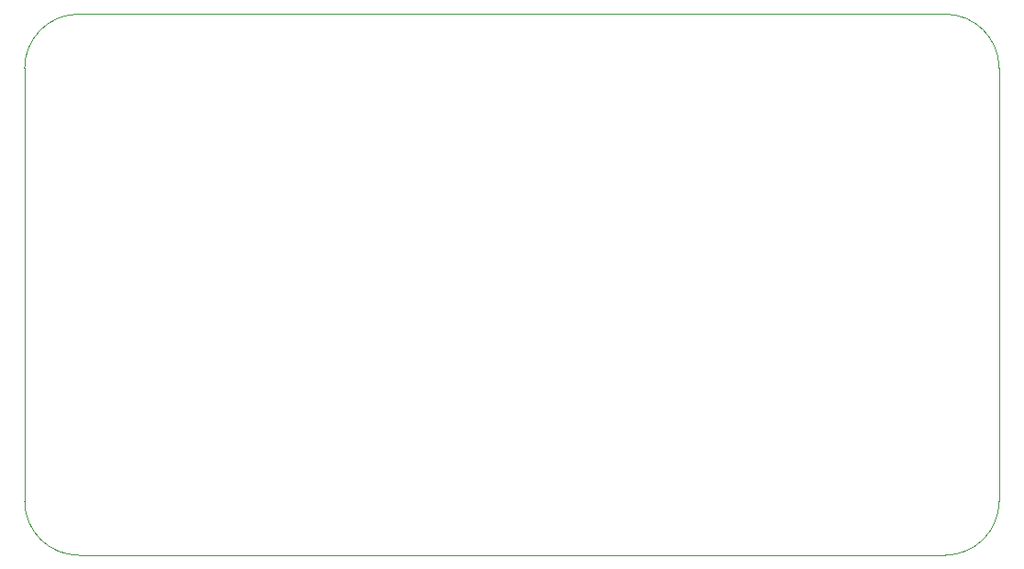
<source format=gm1>
G04 #@! TF.GenerationSoftware,KiCad,Pcbnew,(5.99.0-4013-gfd874d834)*
G04 #@! TF.CreationDate,2020-10-14T12:43:33+02:00*
G04 #@! TF.ProjectId,OtterPill,4f747465-7250-4696-9c6c-2e6b69636164,rev?*
G04 #@! TF.SameCoordinates,Original*
G04 #@! TF.FileFunction,Profile,NP*
%FSLAX46Y46*%
G04 Gerber Fmt 4.6, Leading zero omitted, Abs format (unit mm)*
G04 Created by KiCad (PCBNEW (5.99.0-4013-gfd874d834)) date 2020-10-14 12:43:33*
%MOMM*%
%LPD*%
G01*
G04 APERTURE LIST*
G04 #@! TA.AperFunction,Profile*
%ADD10C,0.050000*%
G04 #@! TD*
G04 APERTURE END LIST*
D10*
X225200000Y-48500000D02*
X225200000Y-88500000D01*
X140200000Y-93500000D02*
G75*
G02*
X135200000Y-88500000I0J5000000D01*
G01*
X220200000Y-43500000D02*
G75*
G02*
X225200000Y-48500000I0J-5000000D01*
G01*
X225200000Y-88500000D02*
G75*
G02*
X220200000Y-93500000I-5000000J0D01*
G01*
X140200000Y-43500000D02*
X220200000Y-43500000D01*
X135200000Y-48500000D02*
G75*
G02*
X140200000Y-43500000I5000000J0D01*
G01*
X135200000Y-88500000D02*
X135200000Y-48500000D01*
X220200000Y-93500000D02*
X140200000Y-93500000D01*
M02*

</source>
